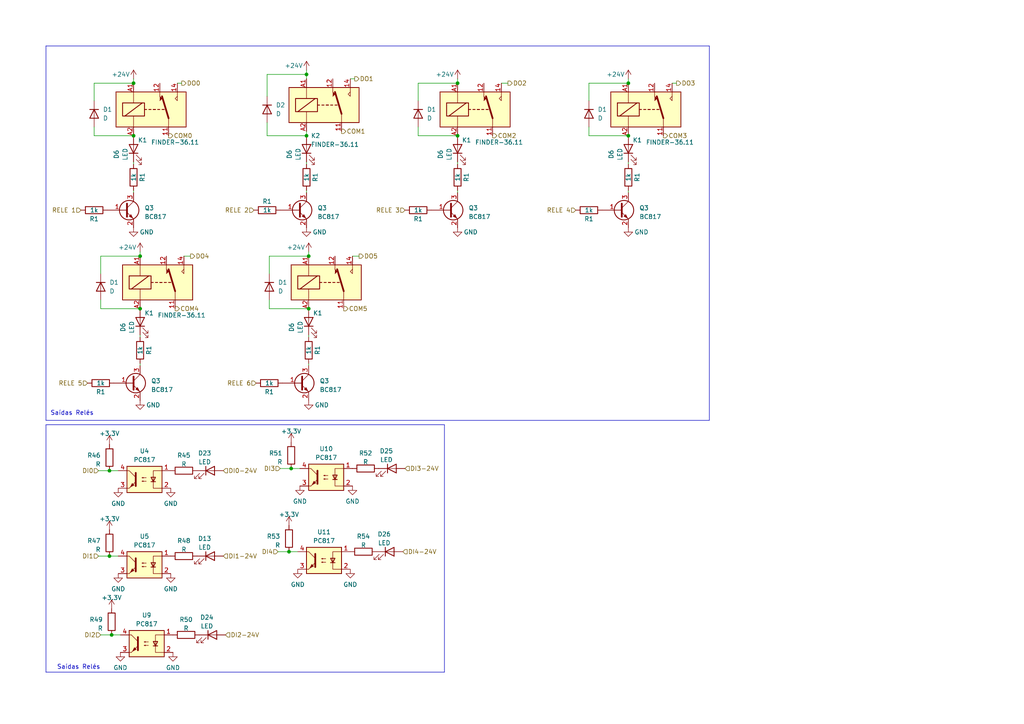
<source format=kicad_sch>
(kicad_sch (version 20230121) (generator eeschema)
  (paper "A4")
  (title_block (title "Controlador Compressor") (date "2023-03-07") (rev "1") (company "Linear Compressores") (comment 1 "Autor: Ícaro Fernando"))
  (lib_symbols
    (symbol "Device:D" (pin_numbers hide) (pin_names (offset 1.016) hide)
      (property "Reference" "D" (at 0 2.54 0))
      (property "Value" "D" (at 0 -2.54 0))
      (symbol "D_0_1"
        (polyline (pts (xy -1.27 1.27) (xy -1.27 -1.27)) (stroke (width 0.254)))
        (polyline (pts (xy 1.27 0) (xy -1.27 0)))
        (polyline (pts (xy 1.27 1.27) (xy 1.27 -1.27) (xy -1.27 0) (xy 1.27 1.27)) (stroke (width 0.254)))
      )
      (symbol "D_1_1"
        (pin passive line (at -3.81 0 0) (length 2.54) (name "K") (number "1"))
        (pin passive line (at 3.81 0 180) (length 2.54) (name "A") (number "2"))
      )
    )
    (symbol "Device:LED" (pin_numbers hide) (pin_names (offset 1.016) hide)
      (property "Reference" "D" (at 0 2.54 0))
      (property "Value" "LED" (at 0 -2.54 0))
      (symbol "LED_0_1"
        (polyline (pts (xy -1.27 -1.27) (xy -1.27 1.27)) (stroke (width 0.254)))
        (polyline (pts (xy -1.27 0) (xy 1.27 0)))
        (polyline (pts (xy 1.27 -1.27) (xy 1.27 1.27) (xy -1.27 0) (xy 1.27 -1.27)) (stroke (width 0.254)))
        (polyline (pts (xy -3.048 -0.762) (xy -4.572 -2.286) (xy -3.81 -2.286) (xy -4.572 -2.286) (xy -4.572 -1.524)))
        (polyline (pts (xy -1.778 -0.762) (xy -3.302 -2.286) (xy -2.54 -2.286) (xy -3.302 -2.286) (xy -3.302 -1.524)))
      )
      (symbol "LED_1_1"
        (pin passive line (at -3.81 0 0) (length 2.54) (name "K") (number "1"))
        (pin passive line (at 3.81 0 180) (length 2.54) (name "A") (number "2"))
      )
    )
    (symbol "Device:R" (pin_numbers hide) (pin_names (offset 0))
      (property "Reference" "R" (at 2.032 0 90))
      (property "Value" "R" (at 0 0 90))
      (symbol "R_0_1"
        (rectangle (start -1.016 -2.54) (end 1.016 2.54) (stroke (width 0.254)))
      )
      (symbol "R_1_1"
        (pin passive line (at 0 3.81 270) (length 1.27) (name "~") (number "1"))
        (pin passive line (at 0 -3.81 90) (length 1.27) (name "~") (number "2"))
      )
    )
    (symbol "Industronic_v_0.1-rescue:GND-power" (power) (pin_names (offset 0))
      (property "Value" "GND-power" (at 0 -3.81 0))
      (symbol "GND-power_0_1"
        (polyline (pts (xy 0 0) (xy 0 -1.27) (xy 1.27 -1.27) (xy 0 -2.54) (xy -1.27 -1.27) (xy 0 -1.27)))
      )
      (symbol "GND-power_1_1"
        (pin power_in line (at 0 0 270) (length 0) hide (name "GND") (number "1"))
      )
    )
    (symbol "Isolator:PC817" (pin_names (offset 1.016))
      (property "Reference" "U" (at -5.08 5.08 0))
      (property "Value" "PC817" (at 0 5.08 0))
      (symbol "PC817_0_1"
        (rectangle (start -5.08 3.81) (end 5.08 -3.81) (stroke (width 0.254)) (fill (type background)))
        (polyline (pts (xy -3.175 -0.635) (xy -1.905 -0.635)) (stroke (width 0.254)))
        (polyline (pts (xy 2.54 0.635) (xy 4.445 2.54)))
        (polyline (pts (xy 4.445 -2.54) (xy 2.54 -0.635)) (fill (type outline)))
        (polyline (pts (xy 4.445 -2.54) (xy 5.08 -2.54)))
        (polyline (pts (xy 4.445 2.54) (xy 5.08 2.54)))
        (polyline (pts (xy -5.08 2.54) (xy -2.54 2.54) (xy -2.54 -0.635)))
        (polyline (pts (xy -2.54 -0.635) (xy -2.54 -2.54) (xy -5.08 -2.54)))
        (polyline (pts (xy 2.54 1.905) (xy 2.54 -1.905) (xy 2.54 -1.905)) (stroke (width 0.508)))
        (polyline (pts (xy -2.54 -0.635) (xy -3.175 0.635) (xy -1.905 0.635) (xy -2.54 -0.635)) (stroke (width 0.254)))
        (polyline (pts (xy -0.508 -0.508) (xy 0.762 -0.508) (xy 0.381 -0.635) (xy 0.381 -0.381) (xy 0.762 -0.508)))
        (polyline (pts (xy -0.508 0.508) (xy 0.762 0.508) (xy 0.381 0.381) (xy 0.381 0.635) (xy 0.762 0.508)))
        (polyline (pts (xy 3.048 -1.651) (xy 3.556 -1.143) (xy 4.064 -2.159) (xy 3.048 -1.651) (xy 3.048 -1.651)) (fill (type outline)))
      )
      (symbol "PC817_1_1"
        (pin passive line (at -7.62 2.54 0) (length 2.54) (name "~") (number "1"))
        (pin passive line (at -7.62 -2.54 0) (length 2.54) (name "~") (number "2"))
        (pin passive line (at 7.62 -2.54 180) (length 2.54) (name "~") (number "3"))
        (pin passive line (at 7.62 2.54 180) (length 2.54) (name "~") (number "4"))
      )
    )
    (symbol "Relay:FINDER-36.11"
      (property "Reference" "K" (at 11.43 3.81 0))
      (property "Value" "FINDER-36.11" (at 11.43 1.27 0))
      (symbol "FINDER-36.11_0_0"
        (polyline (pts (xy 2.54 3.81) (xy 2.54 5.08)))
        (polyline (pts (xy 7.62 3.81) (xy 7.62 5.08)))
        (polyline (pts (xy 7.62 3.81) (xy 7.62 2.54) (xy 6.985 3.175) (xy 7.62 3.81)))
      )
      (symbol "FINDER-36.11_0_1"
        (rectangle (start -10.16 5.08) (end 10.16 -5.08) (stroke (width 0.254)) (fill (type background)))
        (rectangle (start -8.255 1.905) (end -1.905 -1.905) (stroke (width 0.254)))
        (polyline (pts (xy -7.62 -1.905) (xy -2.54 1.905)) (stroke (width 0.254)))
        (polyline (pts (xy -5.08 -5.08) (xy -5.08 -1.905)))
        (polyline (pts (xy -5.08 5.08) (xy -5.08 1.905)))
        (polyline (pts (xy -1.905 0) (xy -1.27 0)) (stroke (width 0.254)))
        (polyline (pts (xy -0.635 0) (xy 0 0)) (stroke (width 0.254)))
        (polyline (pts (xy 0.635 0) (xy 1.27 0)) (stroke (width 0.254)))
        (polyline (pts (xy 0.635 0) (xy 1.27 0)) (stroke (width 0.254)))
        (polyline (pts (xy 1.905 0) (xy 2.54 0)) (stroke (width 0.254)))
        (polyline (pts (xy 3.175 0) (xy 3.81 0)) (stroke (width 0.254)))
        (polyline (pts (xy 5.08 -2.54) (xy 3.175 3.81)) (stroke (width 0.508)))
        (polyline (pts (xy 5.08 -2.54) (xy 5.08 -5.08)))
        (polyline (pts (xy 2.54 2.54) (xy 3.175 3.175) (xy 2.54 3.81)) (fill (type outline)))
      )
      (symbol "FINDER-36.11_1_1"
        (pin passive line (at 5.08 -7.62 90) (length 2.54) (name "~") (number "11"))
        (pin passive line (at 2.54 7.62 270) (length 2.54) (name "~") (number "12"))
        (pin passive line (at 7.62 7.62 270) (length 2.54) (name "~") (number "14"))
        (pin passive line (at -5.08 7.62 270) (length 2.54) (name "~") (number "A1"))
        (pin passive line (at -5.08 -7.62 90) (length 2.54) (name "~") (number "A2"))
      )
    )
    (symbol "Transistor_BJT:BC817" (pin_names (offset 0) hide)
      (property "Reference" "Q" (at 5.08 1.905 0))
      (property "Value" "BC817" (at 5.08 0 0))
      (symbol "BC817_0_1"
        (polyline (pts (xy 0.635 0.635) (xy 2.54 2.54)))
        (polyline (pts (xy 0.635 -0.635) (xy 2.54 -2.54) (xy 2.54 -2.54)))
        (polyline (pts (xy 0.635 1.905) (xy 0.635 -1.905) (xy 0.635 -1.905)) (stroke (width 0.508)))
        (polyline (pts (xy 1.27 -1.778) (xy 1.778 -1.27) (xy 2.286 -2.286) (xy 1.27 -1.778) (xy 1.27 -1.778)) (fill (type outline)))
        (circle (center 1.27 0) (radius 2.8194) (stroke (width 0.254)))
      )
      (symbol "BC817_1_1"
        (pin input line (at -5.08 0 0) (length 5.715) (name "B") (number "1"))
        (pin passive line (at 2.54 -5.08 90) (length 2.54) (name "E") (number "2"))
        (pin passive line (at 2.54 5.08 270) (length 2.54) (name "C") (number "3"))
      )
    )
    (symbol "power:+24V" (power) (pin_names (offset 0))
      (property "Value" "+24V" (at 0 3.556 0))
      (symbol "+24V_0_1"
        (polyline (pts (xy -0.762 1.27) (xy 0 2.54)))
        (polyline (pts (xy 0 0) (xy 0 2.54)))
        (polyline (pts (xy 0 2.54) (xy 0.762 1.27)))
      )
      (symbol "+24V_1_1"
        (pin power_in line (at 0 0 90) (length 0) hide (name "+24V") (number "1"))
      )
    )
    (symbol "power:+3.3V" (power) (pin_names (offset 0))
      (property "Value" "+3.3V" (at 0 3.556 0))
      (symbol "+3.3V_0_1"
        (polyline (pts (xy -0.762 1.27) (xy 0 2.54)))
        (polyline (pts (xy 0 0) (xy 0 2.54)))
        (polyline (pts (xy 0 2.54) (xy 0.762 1.27)))
      )
      (symbol "+3.3V_1_1"
        (pin power_in line (at 0 0 90) (length 0) hide (name "+3.3V") (number "1"))
      )
    )
    (symbol "power:GND" (power) (pin_names (offset 0))
      (property "Value" "GND" (at 0 -3.81 0))
      (symbol "GND_0_1"
        (polyline (pts (xy 0 0) (xy 0 -1.27) (xy 1.27 -1.27) (xy 0 -2.54) (xy -1.27 -1.27) (xy 0 -1.27)))
      )
      (symbol "GND_1_1"
        (pin power_in line (at 0 0 270) (length 0) hide (name "GND") (number "1"))
      )
    )
  )
  (junction (at 31.75 161.29))
  (junction (at 31.75 136.525))
  (junction (at 32.385 184.15))
  (junction (at 182.245 39.37))
  (junction (at 132.715 39.37))
  (junction (at 89.535 74.295))
  (junction (at 38.735 24.13))
  (junction (at 40.64 74.295))
  (junction (at 84.455 135.89))
  (junction (at 182.245 24.13))
  (junction (at 38.735 39.37))
  (junction (at 40.64 89.535))
  (junction (at 88.9 39.37))
  (junction (at 132.715 24.13))
  (junction (at 89.535 89.535))
  (junction (at 88.9 21.59))
  (junction (at 83.82 160.02))
  (wire (pts (xy 78.105 86.995) (xy 78.105 89.535)))
  (wire (pts (xy 88.9 55.88) (xy 88.9 55.245)))
  (wire (pts (xy 102.87 22.86) (xy 101.6 22.86)))
  (wire (pts (xy 170.815 24.13) (xy 182.245 24.13)))
  (wire (pts (xy 40.64 73.025) (xy 40.64 74.295)))
  (wire (pts (xy 132.715 55.88) (xy 132.715 55.245)))
  (wire (pts (xy 121.285 36.83) (xy 121.285 39.37)))
  (wire (pts (xy 89.535 73.025) (xy 89.535 74.295)))
  (wire (pts (xy 170.815 39.37) (xy 182.245 39.37)))
  (polyline (pts (xy 128.905 194.945) (xy 13.335 194.945)))
  (wire (pts (xy 77.47 27.94) (xy 77.47 21.59)))
  (polyline (pts (xy 128.905 123.19) (xy 128.905 194.945)))
  (wire (pts (xy 27.305 29.21) (xy 27.305 24.13)))
  (wire (pts (xy 55.245 74.295) (xy 53.34 74.295)))
  (wire (pts (xy 38.735 22.86) (xy 38.735 24.13)))
  (wire (pts (xy 83.82 160.02) (xy 86.36 160.02)))
  (polyline (pts (xy 205.74 121.92) (xy 205.74 13.335)))
  (wire (pts (xy 78.105 79.375) (xy 78.105 74.295)))
  (wire (pts (xy 27.305 39.37) (xy 38.735 39.37)))
  (polyline (pts (xy 13.335 194.945) (xy 13.335 123.19)))
  (wire (pts (xy 121.285 39.37) (xy 132.715 39.37)))
  (wire (pts (xy 170.815 36.83) (xy 170.815 39.37)))
  (wire (pts (xy 121.285 24.13) (xy 132.715 24.13)))
  (wire (pts (xy 88.9 20.32) (xy 88.9 21.59)))
  (wire (pts (xy 88.9 21.59) (xy 88.9 22.86)))
  (wire (pts (xy 104.14 74.295) (xy 102.235 74.295)))
  (wire (pts (xy 27.305 24.13) (xy 38.735 24.13)))
  (wire (pts (xy 40.64 106.045) (xy 40.64 105.41)))
  (polyline (pts (xy 13.335 123.19) (xy 128.905 123.19)))
  (polyline (pts (xy 205.74 121.92) (xy 13.335 121.92)))
  (wire (pts (xy 29.21 74.295) (xy 40.64 74.295)))
  (wire (pts (xy 78.105 89.535) (xy 89.535 89.535)))
  (wire (pts (xy 77.47 35.56) (xy 77.47 39.37)))
  (wire (pts (xy 29.21 184.15) (xy 32.385 184.15)))
  (polyline (pts (xy 13.335 121.92) (xy 13.335 13.335)))
  (wire (pts (xy 88.9 39.37) (xy 88.9 38.1)))
  (wire (pts (xy 80.645 160.02) (xy 83.82 160.02)))
  (wire (pts (xy 132.715 47.625) (xy 132.715 46.99)))
  (wire (pts (xy 78.105 74.295) (xy 89.535 74.295)))
  (wire (pts (xy 196.215 24.13) (xy 194.945 24.13)))
  (wire (pts (xy 38.735 47.625) (xy 38.735 46.99)))
  (wire (pts (xy 89.535 106.045) (xy 89.535 105.41)))
  (wire (pts (xy 28.575 161.29) (xy 31.75 161.29)))
  (wire (pts (xy 77.47 21.59) (xy 88.9 21.59)))
  (wire (pts (xy 27.305 36.83) (xy 27.305 39.37)))
  (wire (pts (xy 182.245 55.88) (xy 182.245 55.245)))
  (wire (pts (xy 182.245 47.625) (xy 182.245 46.99)))
  (wire (pts (xy 81.28 135.89) (xy 84.455 135.89)))
  (wire (pts (xy 121.285 29.21) (xy 121.285 24.13)))
  (wire (pts (xy 77.47 39.37) (xy 88.9 39.37)))
  (wire (pts (xy 182.245 22.86) (xy 182.245 24.13)))
  (wire (pts (xy 31.75 161.29) (xy 34.29 161.29)))
  (polyline (pts (xy 205.74 13.335) (xy 13.335 13.335)))
  (wire (pts (xy 28.575 136.525) (xy 31.75 136.525)))
  (wire (pts (xy 29.21 89.535) (xy 40.64 89.535)))
  (wire (pts (xy 29.21 86.995) (xy 29.21 89.535)))
  (wire (pts (xy 29.21 79.375) (xy 29.21 74.295)))
  (wire (pts (xy 38.735 55.88) (xy 38.735 55.245)))
  (wire (pts (xy 84.455 135.89) (xy 86.995 135.89)))
  (wire (pts (xy 52.705 24.13) (xy 51.435 24.13)))
  (wire (pts (xy 32.385 184.15) (xy 34.925 184.15)))
  (wire (pts (xy 170.815 29.21) (xy 170.815 24.13)))
  (wire (pts (xy 40.64 97.79) (xy 40.64 97.155)))
  (wire (pts (xy 132.715 22.86) (xy 132.715 24.13)))
  (wire (pts (xy 88.9 47.625) (xy 88.9 46.99)))
  (wire (pts (xy 147.32 24.13) (xy 145.415 24.13)))
  (wire (pts (xy 31.75 136.525) (xy 34.29 136.525)))
  (wire (pts (xy 89.535 97.79) (xy 89.535 97.155)))
  (text "Saídas Relés" (at 14.605 120.65 0) (effects (font (size 1.27 1.27)) (justify left bottom)))
  (text "Saídas Relés" (at 16.51 194.31 0) (effects (font (size 1.27 1.27)) (justify left bottom)))
  (hierarchical_label "COM4" (shape output) (at 50.8 89.535 0))
  (hierarchical_label "COM1" (shape output) (at 99.06 38.1 0))
  (hierarchical_label "DI0-24V" (shape input) (at 64.77 136.525 0))
  (hierarchical_label "DI0" (shape input) (at 28.575 136.525 180))
  (hierarchical_label "DI4" (shape input) (at 80.645 160.02 180))
  (hierarchical_label "RELE 4" (shape input) (at 167.005 60.96 180))
  (hierarchical_label "COM3" (shape output) (at 192.405 39.37 0))
  (hierarchical_label "DI2" (shape input) (at 29.21 184.15 180))
  (hierarchical_label "DI3-24V" (shape input) (at 117.475 135.89 0))
  (hierarchical_label "RELE 2" (shape input) (at 73.66 60.96 180))
  (hierarchical_label "DO2" (shape output) (at 147.32 24.13 0))
  (hierarchical_label "DO5" (shape output) (at 104.14 74.295 0))
  (hierarchical_label "RELE 5" (shape input) (at 25.4 111.125 180))
  (hierarchical_label "DI4-24V" (shape input) (at 116.84 160.02 0))
  (hierarchical_label "COM0" (shape output) (at 48.895 39.37 0))
  (hierarchical_label "DI2-24V" (shape input) (at 65.405 184.15 0))
  (hierarchical_label "RELE 3" (shape input) (at 117.475 60.96 180))
  (hierarchical_label "COM2" (shape output) (at 142.875 39.37 0))
  (hierarchical_label "DO4" (shape output) (at 55.245 74.295 0))
  (hierarchical_label "DI1" (shape input) (at 28.575 161.29 180))
  (hierarchical_label "RELE 1" (shape input) (at 23.495 60.96 180))
  (hierarchical_label "DO0" (shape output) (at 52.705 24.13 0))
  (hierarchical_label "DO3" (shape output) (at 196.215 24.13 0))
  (hierarchical_label "DI3" (shape input) (at 81.28 135.89 180))
  (hierarchical_label "RELE 6" (shape input) (at 74.295 111.125 180))
  (hierarchical_label "DI1-24V" (shape input) (at 64.77 161.29 0))
  (hierarchical_label "COM5" (shape output) (at 99.695 89.535 0))
  (hierarchical_label "DO1" (shape output) (at 102.87 22.86 0))
  (symbol (lib_id "Device:D") (at 27.305 33.02 270) (unit 1)
    (property "Reference" "D1" (at 29.845 31.7499 90) (effects (justify left)))
    (property "Value" "D" (at 29.845 34.2899 90) (effects (justify left)))
    (property "Footprint" "Diode_THT:D_A-405_P2.54mm_Vertical_KathodeUp" (effects hide))
    (instances (project "Controle_receptor" (path "" (reference "D1") (unit 1))) (project "Controlador-Compressor" (path "" (reference "D6") (unit 1)) (path "" (reference "D23") (unit 1)) (path "" (reference "D5") (unit 1))))
  )
  (symbol (lib_id "Device:LED") (at 60.96 136.525 0) (unit 1)
    (property "Reference" "D23" (at 59.3725 131.445 0))
    (property "Value" "LED" (at 59.3725 133.985 0))
  )
  (symbol (lib_id "Device:R") (at 106.045 135.89 90) (unit 1)
    (property "Reference" "R52" (at 106.045 131.445 90))
    (property "Value" "R" (at 106.045 133.985 90))
  )
  (symbol (lib_id "power:+3.3V") (at 32.385 176.53 0) (unit 1)
    (property "Reference" "#PWR088" (effects hide))
    (property "Value" "+3.3V" (at 32.385 173.355 0))
  )
  (symbol (lib_id "Relay:FINDER-36.11") (at 43.815 31.75 0) (unit 1)
    (property "Reference" "K1" (at 40.005 40.64 0) (effects (justify left)))
    (property "Value" "FINDER-36.11" (at 43.815 41.275 0) (effects (justify left)))
    (property "Footprint" "Relay_THT:Relay_SPDT_Finder_36.11" (effects hide))
    (property "Datasheet" "https://gfinder.findernet.com/public/attachments/36/EN/S36EN.pdf" (effects hide))
    (instances (project "Controle_receptor" (path "" (reference "K1") (unit 1))) (project "Controlador-Compressor" (path "" (reference "K1") (unit 1)) (path "" (reference "K6") (unit 1)) (path "" (reference "K1") (unit 1))))
  )
  (symbol (lib_id "Isolator:PC817") (at 41.91 163.83 0) (mirror y) (unit 1)
    (property "Reference" "U5" (at 41.91 155.575 0))
    (property "Value" "PC817" (at 41.91 158.115 0))
    (property "Footprint" "Package_DIP:DIP-4_W7.62mm" (effects hide))
    (property "Datasheet" "http://www.soselectronic.cz/a_info/resource/d/pc817.pdf" (effects hide))
  )
  (symbol (lib_id "Device:R") (at 29.21 111.125 90) (unit 1)
    (property "Reference" "R1" (at 29.21 113.665 90))
    (property "Value" "1k" (at 29.21 111.125 90))
    (property "Footprint" "Resistor_SMD:R_0603_1608Metric_Pad0.98x0.95mm_HandSolder" (effects hide))
    (instances (project "Controle_receptor" (path "" (reference "R1") (unit 1))) (project "Controlador-Compressor" (path "" (reference "R1") (unit 1)) (path "" (reference "R40") (unit 1)) (path "" (reference "R38") (unit 1))))
  )
  (symbol (lib_id "Device:LED") (at 38.735 43.18 90) (unit 1)
    (property "Reference" "D6" (at 33.7652 44.7675 0))
    (property "Value" "LED" (at 36.3021 44.7675 0))
    (property "Footprint" "LED_SMD:LED_0805_2012Metric_Pad1.15x1.40mm_HandSolder" (effects hide))
    (instances (project "Controle_receptor" (path "" (reference "D6") (unit 1))) (project "Controlador-Compressor" (path "" (reference "D1") (unit 1)) (path "" (reference "D28") (unit 1)) (path "" (reference "D10") (unit 1))))
  )
  (symbol (lib_id "Industronic_v_0.1-rescue:GND-power") (at 182.245 66.04 0) (unit 1)
    (property "Reference" "#PWR0127" (effects hide))
    (property "Value" "GND" (at 186.055 67.31 0))
    (instances (project "Controle_receptor" (path "" (reference "#PWR0127") (unit 1))) (project "Controlador-Compressor" (path "" (reference "#PWR07") (unit 1)) (path "" (reference "#PWR087") (unit 1)) (path "" (reference "#PWR04") (unit 1))))
  )
  (symbol (lib_id "power:GND") (at 34.29 166.37 0) (unit 1)
    (property "Reference" "#PWR086" (effects hide))
    (property "Value" "GND" (at 34.29 170.815 0))
  )
  (symbol (lib_id "Device:LED") (at 88.9 43.18 90) (unit 1)
    (property "Reference" "D6" (at 83.9302 44.7675 0))
    (property "Value" "LED" (at 86.4671 44.7675 0))
    (property "Footprint" "LED_SMD:LED_0805_2012Metric_Pad1.15x1.40mm_HandSolder" (effects hide))
    (instances (project "Controle_receptor" (path "" (reference "D6") (unit 1))) (project "Controlador-Compressor" (path "" (reference "D1") (unit 1)) (path "" (reference "D28") (unit 1)) (path "" (reference "D19") (unit 1))))
  )
  (symbol (lib_id "Device:R") (at 89.535 101.6 180) (unit 1)
    (property "Reference" "R1" (at 92.075 101.6 90))
    (property "Value" "1k" (at 89.535 101.6 90))
    (property "Footprint" "Resistor_SMD:R_0603_1608Metric_Pad0.98x0.95mm_HandSolder" (effects hide))
    (instances (project "Controle_receptor" (path "" (reference "R1") (unit 1))) (project "Controlador-Compressor" (path "" (reference "R35") (unit 1)) (path "" (reference "R41") (unit 1)) (path "" (reference "R43") (unit 1))))
  )
  (symbol (lib_id "Transistor_BJT:BC817") (at 179.705 60.96 0) (unit 1)
    (property "Reference" "Q3" (at 185.42 60.325 0) (effects (justify left)))
    (property "Value" "BC817" (at 185.42 62.865 0) (effects (justify left)))
    (property "Footprint" "Package_TO_SOT_SMD:SOT-23" (effects hide))
    (property "Datasheet" "https://www.onsemi.com/pub/Collateral/BC818-D.pdf" (effects hide))
    (instances (project "Controlador-Compressor" (path "" (reference "Q3") (unit 1)) (path "" (reference "Q4") (unit 1)) (path "" (reference "Q6") (unit 1))))
  )
  (symbol (lib_id "Relay:FINDER-36.11") (at 93.98 30.48 0) (unit 1)
    (property "Reference" "K2" (at 90.17 39.37 0) (effects (justify left)))
    (property "Value" "FINDER-36.11" (at 90.17 41.91 0) (effects (justify left)))
    (property "Footprint" "Relay_THT:Relay_SPDT_Finder_36.11" (effects hide))
    (property "Datasheet" "https://gfinder.findernet.com/public/attachments/36/EN/S36EN.pdf" (effects hide))
    (instances (project "Controle_receptor" (path "" (reference "K2") (unit 1))) (project "Controlador-Compressor" (path "" (reference "K2") (unit 1)) (path "" (reference "K7") (unit 1)) (path "" (reference "K2") (unit 1))))
  )
  (symbol (lib_id "Device:R") (at 38.735 51.435 180) (unit 1)
    (property "Reference" "R1" (at 41.275 51.435 90))
    (property "Value" "1k" (at 38.735 51.435 90))
    (property "Footprint" "Resistor_SMD:R_0603_1608Metric_Pad0.98x0.95mm_HandSolder" (effects hide))
    (instances (project "Controle_receptor" (path "" (reference "R1") (unit 1))) (project "Controlador-Compressor" (path "" (reference "R35") (unit 1)) (path "" (reference "R41") (unit 1)) (path "" (reference "R35") (unit 1))))
  )
  (symbol (lib_id "power:+24V") (at 182.245 22.86 0) (unit 1)
    (property "Reference" "#PWR0130" (effects hide))
    (property "Value" "+24V" (at 175.895 21.59 0) (effects (justify left)))
    (instances (project "Controle_receptor" (path "" (reference "#PWR0130") (unit 1))) (project "Controlador-Compressor" (path "" (reference "#PWR06") (unit 1)) (path "" (reference "#PWR086") (unit 1)) (path "" (reference "#PWR03") (unit 1))))
  )
  (symbol (lib_id "Device:R") (at 53.975 184.15 90) (unit 1)
    (property "Reference" "R50" (at 53.975 179.705 90))
    (property "Value" "R" (at 53.975 182.245 90))
  )
  (symbol (lib_id "power:GND") (at 49.53 166.37 0) (unit 1)
    (property "Reference" "#PWR087" (effects hide))
    (property "Value" "GND" (at 49.53 170.815 0))
  )
  (symbol (lib_id "Device:D") (at 77.47 31.75 270) (unit 1)
    (property "Reference" "D2" (at 80.01 30.4799 90) (effects (justify left)))
    (property "Value" "D" (at 80.01 33.0199 90) (effects (justify left)))
    (property "Footprint" "Diode_THT:D_A-405_P2.54mm_Vertical_KathodeUp" (effects hide))
    (instances (project "Controle_receptor" (path "" (reference "D2") (unit 1))) (project "Controlador-Compressor" (path "" (reference "D7") (unit 1)) (path "" (reference "D24") (unit 1)) (path "" (reference "D6") (unit 1))))
  )
  (symbol (lib_id "Relay:FINDER-36.11") (at 187.325 31.75 0) (unit 1)
    (property "Reference" "K1" (at 183.515 40.64 0) (effects (justify left)))
    (property "Value" "FINDER-36.11" (at 187.325 41.275 0) (effects (justify left)))
    (property "Footprint" "Relay_THT:Relay_SPDT_Finder_36.11" (effects hide))
    (property "Datasheet" "https://gfinder.findernet.com/public/attachments/36/EN/S36EN.pdf" (effects hide))
    (instances (project "Controle_receptor" (path "" (reference "K1") (unit 1))) (project "Controlador-Compressor" (path "" (reference "K1") (unit 1)) (path "" (reference "K6") (unit 1)) (path "" (reference "K4") (unit 1))))
  )
  (symbol (lib_id "Relay:FINDER-36.11") (at 137.795 31.75 0) (unit 1)
    (property "Reference" "K1" (at 133.985 40.64 0) (effects (justify left)))
    (property "Value" "FINDER-36.11" (at 137.795 41.275 0) (effects (justify left)))
    (property "Footprint" "Relay_THT:Relay_SPDT_Finder_36.11" (effects hide))
    (property "Datasheet" "https://gfinder.findernet.com/public/attachments/36/EN/S36EN.pdf" (effects hide))
    (instances (project "Controle_receptor" (path "" (reference "K1") (unit 1))) (project "Controlador-Compressor" (path "" (reference "K1") (unit 1)) (path "" (reference "K6") (unit 1)) (path "" (reference "K3") (unit 1))))
  )
  (symbol (lib_id "Relay:FINDER-36.11") (at 94.615 81.915 0) (unit 1)
    (property "Reference" "K1" (at 90.805 90.805 0) (effects (justify left)))
    (property "Value" "FINDER-36.11" (effects hide))
    (property "Footprint" "Relay_THT:Relay_SPDT_Finder_36.11" (effects hide))
    (property "Datasheet" "https://gfinder.findernet.com/public/attachments/36/EN/S36EN.pdf" (effects hide))
    (instances (project "Controle_receptor" (path "" (reference "K1") (unit 1))) (project "Controlador-Compressor" (path "" (reference "K1") (unit 1)) (path "" (reference "K6") (unit 1)) (path "" (reference "K6") (unit 1))))
  )
  (symbol (lib_id "Device:LED") (at 40.64 93.345 90) (unit 1)
    (property "Reference" "D6" (at 35.6702 94.9325 0))
    (property "Value" "LED" (at 38.2071 94.9325 0))
    (property "Footprint" "LED_SMD:LED_0805_2012Metric_Pad1.15x1.40mm_HandSolder" (effects hide))
    (instances (project "Controle_receptor" (path "" (reference "D6") (unit 1))) (project "Controlador-Compressor" (path "" (reference "D1") (unit 1)) (path "" (reference "D28") (unit 1)) (path "" (reference "D8") (unit 1))))
  )
  (symbol (lib_id "Device:R") (at 40.64 101.6 180) (unit 1)
    (property "Reference" "R1" (at 43.18 101.6 90))
    (property "Value" "1k" (at 40.64 101.6 90))
    (property "Footprint" "Resistor_SMD:R_0603_1608Metric_Pad0.98x0.95mm_HandSolder" (effects hide))
    (instances (project "Controle_receptor" (path "" (reference "R1") (unit 1))) (project "Controlador-Compressor" (path "" (reference "R35") (unit 1)) (path "" (reference "R41") (unit 1)) (path "" (reference "R39") (unit 1))))
  )
  (symbol (lib_id "Industronic_v_0.1-rescue:GND-power") (at 38.735 66.04 0) (unit 1)
    (property "Reference" "#PWR0127" (effects hide))
    (property "Value" "GND" (at 42.545 67.31 0))
    (instances (project "Controle_receptor" (path "" (reference "#PWR0127") (unit 1))) (project "Controlador-Compressor" (path "" (reference "#PWR07") (unit 1)) (path "" (reference "#PWR087") (unit 1)) (path "" (reference "#PWR06") (unit 1))))
  )
  (symbol (lib_id "power:GND") (at 50.165 189.23 0) (unit 1)
    (property "Reference" "#PWR090" (effects hide))
    (property "Value" "GND" (at 50.165 193.675 0))
  )
  (symbol (lib_id "power:+24V") (at 89.535 73.025 0) (unit 1)
    (property "Reference" "#PWR0130" (effects hide))
    (property "Value" "+24V" (at 83.185 71.755 0) (effects (justify left)))
    (instances (project "Controle_receptor" (path "" (reference "#PWR0130") (unit 1))) (project "Controlador-Compressor" (path "" (reference "#PWR06") (unit 1)) (path "" (reference "#PWR086") (unit 1)) (path "" (reference "#PWR023") (unit 1))))
  )
  (symbol (lib_id "power:GND") (at 86.36 165.1 0) (unit 1)
    (property "Reference" "#PWR095" (effects hide))
    (property "Value" "GND" (at 86.36 169.545 0))
  )
  (symbol (lib_id "Device:LED") (at 182.245 43.18 90) (unit 1)
    (property "Reference" "D6" (at 177.2752 44.7675 0))
    (property "Value" "LED" (at 179.8121 44.7675 0))
    (property "Footprint" "LED_SMD:LED_0805_2012Metric_Pad1.15x1.40mm_HandSolder" (effects hide))
    (instances (project "Controle_receptor" (path "" (reference "D6") (unit 1))) (project "Controlador-Compressor" (path "" (reference "D1") (unit 1)) (path "" (reference "D28") (unit 1)) (path "" (reference "D4") (unit 1))))
  )
  (symbol (lib_id "Device:LED") (at 61.595 184.15 0) (unit 1)
    (property "Reference" "D24" (at 60.0075 179.07 0))
    (property "Value" "LED" (at 60.0075 181.61 0))
  )
  (symbol (lib_id "Device:R") (at 78.105 111.125 90) (unit 1)
    (property "Reference" "R1" (at 78.105 113.665 90))
    (property "Value" "1k" (at 78.105 111.125 90))
    (property "Footprint" "Resistor_SMD:R_0603_1608Metric_Pad0.98x0.95mm_HandSolder" (effects hide))
    (instances (project "Controle_receptor" (path "" (reference "R1") (unit 1))) (project "Controlador-Compressor" (path "" (reference "R1") (unit 1)) (path "" (reference "R40") (unit 1)) (path "" (reference "R42") (unit 1))))
  )
  (symbol (lib_id "Device:D") (at 121.285 33.02 270) (unit 1)
    (property "Reference" "D1" (at 123.825 31.7499 90) (effects (justify left)))
    (property "Value" "D" (at 123.825 34.2899 90) (effects (justify left)))
    (property "Footprint" "Diode_THT:D_A-405_P2.54mm_Vertical_KathodeUp" (effects hide))
    (instances (project "Controle_receptor" (path "" (reference "D1") (unit 1))) (project "Controlador-Compressor" (path "" (reference "D6") (unit 1)) (path "" (reference "D23") (unit 1)) (path "" (reference "D1") (unit 1))))
  )
  (symbol (lib_id "power:GND") (at 34.925 189.23 0) (unit 1)
    (property "Reference" "#PWR089" (effects hide))
    (property "Value" "GND" (at 34.925 193.675 0))
  )
  (symbol (lib_id "Device:R") (at 132.715 51.435 180) (unit 1)
    (property "Reference" "R1" (at 135.255 51.435 90))
    (property "Value" "1k" (at 132.715 51.435 90))
    (property "Footprint" "Resistor_SMD:R_0603_1608Metric_Pad0.98x0.95mm_HandSolder" (effects hide))
    (instances (project "Controle_receptor" (path "" (reference "R1") (unit 1))) (project "Controlador-Compressor" (path "" (reference "R35") (unit 1)) (path "" (reference "R41") (unit 1)) (path "" (reference "R3") (unit 1))))
  )
  (symbol (lib_id "power:GND") (at 101.6 165.1 0) (unit 1)
    (property "Reference" "#PWR096" (effects hide))
    (property "Value" "GND" (at 101.6 169.545 0))
  )
  (symbol (lib_id "Device:R") (at 32.385 180.34 0) (mirror y) (unit 1)
    (property "Reference" "R49" (at 29.845 179.705 0) (effects (justify left)))
    (property "Value" "R" (at 29.845 182.245 0) (effects (justify left)))
  )
  (symbol (lib_id "Device:R") (at 53.34 161.29 90) (unit 1)
    (property "Reference" "R48" (at 53.34 156.845 90))
    (property "Value" "R" (at 53.34 159.385 90))
  )
  (symbol (lib_id "power:GND") (at 49.53 141.605 0) (unit 1)
    (property "Reference" "#PWR047" (effects hide))
    (property "Value" "GND" (at 49.53 146.05 0))
  )
  (symbol (lib_id "power:+24V") (at 132.715 22.86 0) (unit 1)
    (property "Reference" "#PWR0130" (effects hide))
    (property "Value" "+24V" (at 126.365 21.59 0) (effects (justify left)))
    (instances (project "Controle_receptor" (path "" (reference "#PWR0130") (unit 1))) (project "Controlador-Compressor" (path "" (reference "#PWR06") (unit 1)) (path "" (reference "#PWR086") (unit 1)) (path "" (reference "#PWR01") (unit 1))))
  )
  (symbol (lib_id "Industronic_v_0.1-rescue:GND-power") (at 132.715 66.04 0) (unit 1)
    (property "Reference" "#PWR0127" (effects hide))
    (property "Value" "GND" (at 136.525 67.31 0))
    (instances (project "Controle_receptor" (path "" (reference "#PWR0127") (unit 1))) (project "Controlador-Compressor" (path "" (reference "#PWR07") (unit 1)) (path "" (reference "#PWR087") (unit 1)) (path "" (reference "#PWR02") (unit 1))))
  )
  (symbol (lib_id "Device:R") (at 53.34 136.525 90) (unit 1)
    (property "Reference" "R45" (at 53.34 132.08 90))
    (property "Value" "R" (at 53.34 134.62 90))
  )
  (symbol (lib_id "Device:D") (at 29.21 83.185 270) (unit 1)
    (property "Reference" "D1" (at 31.75 81.9149 90) (effects (justify left)))
    (property "Value" "D" (at 31.75 84.4549 90) (effects (justify left)))
    (property "Footprint" "Diode_THT:D_A-405_P2.54mm_Vertical_KathodeUp" (effects hide))
    (instances (project "Controle_receptor" (path "" (reference "D1") (unit 1))) (project "Controlador-Compressor" (path "" (reference "D6") (unit 1)) (path "" (reference "D23") (unit 1)) (path "" (reference "D7") (unit 1))))
  )
  (symbol (lib_id "power:GND") (at 102.235 140.97 0) (unit 1)
    (property "Reference" "#PWR093" (effects hide))
    (property "Value" "GND" (at 102.235 145.415 0))
  )
  (symbol (lib_id "Device:R") (at 77.47 60.96 270) (unit 1)
    (property "Reference" "R1" (at 77.47 58.42 90))
    (property "Value" "1k" (at 77.47 60.96 90))
    (property "Footprint" "Resistor_SMD:R_0603_1608Metric_Pad0.98x0.95mm_HandSolder" (effects hide))
    (instances (project "Controle_receptor" (path "" (reference "R1") (unit 1))) (project "Controlador-Compressor" (path "" (reference "R35") (unit 1)) (path "" (reference "R41") (unit 1)) (path "" (reference "R1") (unit 1))))
  )
  (symbol (lib_id "Device:LED") (at 113.665 135.89 0) (unit 1)
    (property "Reference" "D25" (at 112.0775 130.81 0))
    (property "Value" "LED" (at 112.0775 133.35 0))
  )
  (symbol (lib_id "Industronic_v_0.1-rescue:GND-power") (at 89.535 116.205 0) (unit 1)
    (property "Reference" "#PWR0127" (effects hide))
    (property "Value" "GND" (at 93.345 117.475 0))
    (instances (project "Controle_receptor" (path "" (reference "#PWR0127") (unit 1))) (project "Controlador-Compressor" (path "" (reference "#PWR07") (unit 1)) (path "" (reference "#PWR087") (unit 1)) (path "" (reference "#PWR024") (unit 1))))
  )
  (symbol (lib_id "Device:R") (at 31.75 157.48 0) (mirror y) (unit 1)
    (property "Reference" "R47" (at 29.21 156.845 0) (effects (justify left)))
    (property "Value" "R" (at 29.21 159.385 0) (effects (justify left)))
  )
  (symbol (lib_id "Device:LED") (at 89.535 93.345 90) (unit 1)
    (property "Reference" "D6" (at 84.5652 94.9325 0))
    (property "Value" "LED" (at 87.1021 94.9325 0))
    (property "Footprint" "LED_SMD:LED_0805_2012Metric_Pad1.15x1.40mm_HandSolder" (effects hide))
    (instances (project "Controle_receptor" (path "" (reference "D6") (unit 1))) (project "Controlador-Compressor" (path "" (reference "D1") (unit 1)) (path "" (reference "D28") (unit 1)) (path "" (reference "D22") (unit 1))))
  )
  (symbol (lib_id "power:+3.3V") (at 83.82 152.4 0) (unit 1)
    (property "Reference" "#PWR094" (effects hide))
    (property "Value" "+3.3V" (at 83.82 149.225 0))
  )
  (symbol (lib_id "Device:R") (at 83.82 156.21 0) (mirror y) (unit 1)
    (property "Reference" "R53" (at 81.28 155.575 0) (effects (justify left)))
    (property "Value" "R" (at 81.28 158.115 0) (effects (justify left)))
  )
  (symbol (lib_id "Industronic_v_0.1-rescue:GND-power") (at 88.9 66.04 0) (unit 1)
    (property "Reference" "#PWR0127" (effects hide))
    (property "Value" "GND" (at 92.71 67.31 0))
    (instances (project "Controle_receptor" (path "" (reference "#PWR0127") (unit 1))) (project "Controlador-Compressor" (path "" (reference "#PWR07") (unit 1)) (path "" (reference "#PWR087") (unit 1)) (path "" (reference "#PWR082") (unit 1))))
  )
  (symbol (lib_id "power:+24V") (at 40.64 73.025 0) (unit 1)
    (property "Reference" "#PWR0130" (effects hide))
    (property "Value" "+24V" (at 34.29 71.755 0) (effects (justify left)))
    (instances (project "Controle_receptor" (path "" (reference "#PWR0130") (unit 1))) (project "Controlador-Compressor" (path "" (reference "#PWR06") (unit 1)) (path "" (reference "#PWR086") (unit 1)) (path "" (reference "#PWR08") (unit 1))))
  )
  (symbol (lib_id "Isolator:PC817") (at 42.545 186.69 0) (mirror y) (unit 1)
    (property "Reference" "U9" (at 42.545 178.435 0))
    (property "Value" "PC817" (at 42.545 180.975 0))
    (property "Footprint" "Package_DIP:DIP-4_W7.62mm" (effects hide))
    (property "Datasheet" "http://www.soselectronic.cz/a_info/resource/d/pc817.pdf" (effects hide))
  )
  (symbol (lib_id "Relay:FINDER-36.11") (at 45.72 81.915 0) (unit 1)
    (property "Reference" "K1" (at 41.91 90.805 0) (effects (justify left)))
    (property "Value" "FINDER-36.11" (at 45.72 91.44 0) (effects (justify left)))
    (property "Footprint" "Relay_THT:Relay_SPDT_Finder_36.11" (effects hide))
    (property "Datasheet" "https://gfinder.findernet.com/public/attachments/36/EN/S36EN.pdf" (effects hide))
    (instances (project "Controle_receptor" (path "" (reference "K1") (unit 1))) (project "Controlador-Compressor" (path "" (reference "K1") (unit 1)) (path "" (reference "K6") (unit 1)) (path "" (reference "K5") (unit 1))))
  )
  (symbol (lib_id "power:+24V") (at 88.9 20.32 0) (unit 1)
    (property "Reference" "#PWR0128" (effects hide))
    (property "Value" "+24V" (at 82.55 19.05 0) (effects (justify left)))
    (instances (project "Controle_receptor" (path "" (reference "#PWR0128") (unit 1))) (project "Controlador-Compressor" (path "" (reference "#PWR08") (unit 1)) (path "" (reference "#PWR088") (unit 1)) (path "" (reference "#PWR07") (unit 1))))
  )
  (symbol (lib_id "Transistor_BJT:BC817") (at 38.1 111.125 0) (unit 1)
    (property "Reference" "Q3" (at 43.815 110.49 0) (effects (justify left)))
    (property "Value" "BC817" (at 43.815 113.03 0) (effects (justify left)))
    (property "Footprint" "Package_TO_SOT_SMD:SOT-23" (effects hide))
    (property "Datasheet" "https://www.onsemi.com/pub/Collateral/BC818-D.pdf" (effects hide))
    (instances (project "Controlador-Compressor" (path "" (reference "Q3") (unit 1)) (path "" (reference "Q4") (unit 1)) (path "" (reference "Q7") (unit 1))))
  )
  (symbol (lib_id "Industronic_v_0.1-rescue:GND-power") (at 40.64 116.205 0) (unit 1)
    (property "Reference" "#PWR0127" (effects hide))
    (property "Value" "GND" (at 44.45 117.475 0))
    (instances (project "Controle_receptor" (path "" (reference "#PWR0127") (unit 1))) (project "Controlador-Compressor" (path "" (reference "#PWR07") (unit 1)) (path "" (reference "#PWR087") (unit 1)) (path "" (reference "#PWR09") (unit 1))))
  )
  (symbol (lib_id "Device:R") (at 105.41 160.02 90) (unit 1)
    (property "Reference" "R54" (at 105.41 155.575 90))
    (property "Value" "R" (at 105.41 158.115 90))
  )
  (symbol (lib_id "Isolator:PC817") (at 94.615 138.43 0) (mirror y) (unit 1)
    (property "Reference" "U10" (at 94.615 130.175 0))
    (property "Value" "PC817" (at 94.615 132.715 0))
    (property "Footprint" "Package_DIP:DIP-4_W7.62mm" (effects hide))
    (property "Datasheet" "http://www.soselectronic.cz/a_info/resource/d/pc817.pdf" (effects hide))
  )
  (symbol (lib_id "power:+3.3V") (at 84.455 128.27 0) (unit 1)
    (property "Reference" "#PWR091" (effects hide))
    (property "Value" "+3.3V" (at 84.455 125.095 0))
  )
  (symbol (lib_id "power:GND") (at 86.995 140.97 0) (unit 1)
    (property "Reference" "#PWR092" (effects hide))
    (property "Value" "GND" (at 86.995 145.415 0))
  )
  (symbol (lib_id "Device:LED") (at 132.715 43.18 90) (unit 1)
    (property "Reference" "D6" (at 127.7452 44.7675 0))
    (property "Value" "LED" (at 130.2821 44.7675 0))
    (property "Footprint" "LED_SMD:LED_0805_2012Metric_Pad1.15x1.40mm_HandSolder" (effects hide))
    (instances (project "Controle_receptor" (path "" (reference "D6") (unit 1))) (project "Controlador-Compressor" (path "" (reference "D1") (unit 1)) (path "" (reference "D28") (unit 1)) (path "" (reference "D2") (unit 1))))
  )
  (symbol (lib_id "Transistor_BJT:BC817") (at 86.36 60.96 0) (unit 1)
    (property "Reference" "Q3" (at 92.075 60.325 0) (effects (justify left)))
    (property "Value" "BC817" (at 92.075 62.865 0) (effects (justify left)))
    (property "Footprint" "Package_TO_SOT_SMD:SOT-23" (effects hide))
    (property "Datasheet" "https://www.onsemi.com/pub/Collateral/BC818-D.pdf" (effects hide))
    (instances (project "Controlador-Compressor" (path "" (reference "Q3") (unit 1)) (path "" (reference "Q4") (unit 1)) (path "" (reference "Q4") (unit 1))))
  )
  (symbol (lib_id "power:+24V") (at 38.735 22.86 0) (unit 1)
    (property "Reference" "#PWR0130" (effects hide))
    (property "Value" "+24V" (at 32.385 21.59 0) (effects (justify left)))
    (instances (project "Controle_receptor" (path "" (reference "#PWR0130") (unit 1))) (project "Controlador-Compressor" (path "" (reference "#PWR06") (unit 1)) (path "" (reference "#PWR086") (unit 1)) (path "" (reference "#PWR05") (unit 1))))
  )
  (symbol (lib_id "Device:R") (at 31.75 132.715 0) (mirror y) (unit 1)
    (property "Reference" "R46" (at 29.21 132.08 0) (effects (justify left)))
    (property "Value" "R" (at 29.21 134.62 0) (effects (justify left)))
  )
  (symbol (lib_id "Device:R") (at 27.305 60.96 90) (unit 1)
    (property "Reference" "R1" (at 27.305 63.5 90))
    (property "Value" "1k" (at 27.305 60.96 90))
    (property "Footprint" "Resistor_SMD:R_0603_1608Metric_Pad0.98x0.95mm_HandSolder" (effects hide))
    (instances (project "Controle_receptor" (path "" (reference "R1") (unit 1))) (project "Controlador-Compressor" (path "" (reference "R1") (unit 1)) (path "" (reference "R40") (unit 1)) (path "" (reference "R5") (unit 1))))
  )
  (symbol (lib_id "Device:LED") (at 113.03 160.02 0) (unit 1)
    (property "Reference" "D26" (at 111.4425 154.94 0))
    (property "Value" "LED" (at 111.4425 157.48 0))
  )
  (symbol (lib_id "Device:D") (at 170.815 33.02 270) (unit 1)
    (property "Reference" "D1" (at 173.355 31.7499 90) (effects (justify left)))
    (property "Value" "D" (at 173.355 34.2899 90) (effects (justify left)))
    (property "Footprint" "Diode_THT:D_A-405_P2.54mm_Vertical_KathodeUp" (effects hide))
    (instances (project "Controle_receptor" (path "" (reference "D1") (unit 1))) (project "Controlador-Compressor" (path "" (reference "D6") (unit 1)) (path "" (reference "D23") (unit 1)) (path "" (reference "D3") (unit 1))))
  )
  (symbol (lib_id "Device:R") (at 170.815 60.96 90) (unit 1)
    (property "Reference" "R1" (at 170.815 63.5 90))
    (property "Value" "1k" (at 170.815 60.96 90))
    (property "Footprint" "Resistor_SMD:R_0603_1608Metric_Pad0.98x0.95mm_HandSolder" (effects hide))
    (instances (project "Controle_receptor" (path "" (reference "R1") (unit 1))) (project "Controlador-Compressor" (path "" (reference "R1") (unit 1)) (path "" (reference "R40") (unit 1)) (path "" (reference "R4") (unit 1))))
  )
  (symbol (lib_id "Device:R") (at 182.245 51.435 180) (unit 1)
    (property "Reference" "R1" (at 184.785 51.435 90))
    (property "Value" "1k" (at 182.245 51.435 90))
    (property "Footprint" "Resistor_SMD:R_0603_1608Metric_Pad0.98x0.95mm_HandSolder" (effects hide))
    (instances (project "Controle_receptor" (path "" (reference "R1") (unit 1))) (project "Controlador-Compressor" (path "" (reference "R35") (unit 1)) (path "" (reference "R41") (unit 1)) (path "" (reference "R37") (unit 1))))
  )
  (symbol (lib_id "power:GND") (at 34.29 141.605 0) (unit 1)
    (property "Reference" "#PWR084" (effects hide))
    (property "Value" "GND" (at 34.29 146.05 0))
  )
  (symbol (lib_id "Device:R") (at 121.285 60.96 90) (unit 1)
    (property "Reference" "R1" (at 121.285 63.5 90))
    (property "Value" "1k" (at 121.285 60.96 90))
    (property "Footprint" "Resistor_SMD:R_0603_1608Metric_Pad0.98x0.95mm_HandSolder" (effects hide))
    (instances (project "Controle_receptor" (path "" (reference "R1") (unit 1))) (project "Controlador-Compressor" (path "" (reference "R1") (unit 1)) (path "" (reference "R40") (unit 1)) (path "" (reference "R2") (unit 1))))
  )
  (symbol (lib_id "Isolator:PC817") (at 41.91 139.065 0) (mirror y) (unit 1)
    (property "Reference" "U4" (at 41.91 130.81 0))
    (property "Value" "PC817" (at 41.91 133.35 0))
    (property "Footprint" "Package_DIP:DIP-4_W7.62mm" (effects hide))
    (property "Datasheet" "http://www.soselectronic.cz/a_info/resource/d/pc817.pdf" (effects hide))
  )
  (symbol (lib_id "Device:R") (at 84.455 132.08 0) (mirror y) (unit 1)
    (property "Reference" "R51" (at 81.915 131.445 0) (effects (justify left)))
    (property "Value" "R" (at 81.915 133.985 0) (effects (justify left)))
  )
  (symbol (lib_id "Transistor_BJT:BC817") (at 130.175 60.96 0) (unit 1)
    (property "Reference" "Q3" (at 135.89 60.325 0) (effects (justify left)))
    (property "Value" "BC817" (at 135.89 62.865 0) (effects (justify left)))
    (property "Footprint" "Package_TO_SOT_SMD:SOT-23" (effects hide))
    (property "Datasheet" "https://www.onsemi.com/pub/Collateral/BC818-D.pdf" (effects hide))
    (instances (project "Controlador-Compressor" (path "" (reference "Q3") (unit 1)) (path "" (reference "Q4") (unit 1)) (path "" (reference "Q5") (unit 1))))
  )
  (symbol (lib_id "Device:R") (at 88.9 51.435 180) (unit 1)
    (property "Reference" "R1" (at 91.44 51.435 90))
    (property "Value" "1k" (at 88.9 51.435 90))
    (property "Footprint" "Resistor_SMD:R_0603_1608Metric_Pad0.98x0.95mm_HandSolder" (effects hide))
    (instances (project "Controle_receptor" (path "" (reference "R1") (unit 1))) (project "Controlador-Compressor" (path "" (reference "R35") (unit 1)) (path "" (reference "R41") (unit 1)) (path "" (reference "R36") (unit 1))))
  )
  (symbol (lib_id "Device:LED") (at 60.96 161.29 0) (unit 1)
    (property "Reference" "D13" (at 59.3725 156.21 0))
    (property "Value" "LED" (at 59.3725 158.75 0))
  )
  (symbol (lib_id "Isolator:PC817") (at 93.98 162.56 0) (mirror y) (unit 1)
    (property "Reference" "U11" (at 93.98 154.305 0))
    (property "Value" "PC817" (at 93.98 156.845 0))
    (property "Footprint" "Package_DIP:DIP-4_W7.62mm" (effects hide))
    (property "Datasheet" "http://www.soselectronic.cz/a_info/resource/d/pc817.pdf" (effects hide))
  )
  (symbol (lib_id "power:+3.3V") (at 31.75 153.67 0) (unit 1)
    (property "Reference" "#PWR085" (effects hide))
    (property "Value" "+3.3V" (at 31.75 150.495 0))
  )
  (symbol (lib_id "Transistor_BJT:BC817") (at 86.995 111.125 0) (unit 1)
    (property "Reference" "Q3" (at 92.71 110.49 0) (effects (justify left)))
    (property "Value" "BC817" (at 92.71 113.03 0) (effects (justify left)))
    (property "Footprint" "Package_TO_SOT_SMD:SOT-23" (effects hide))
    (property "Datasheet" "https://www.onsemi.com/pub/Collateral/BC818-D.pdf" (effects hide))
    (instances (project "Controlador-Compressor" (path "" (reference "Q3") (unit 1)) (path "" (reference "Q4") (unit 1)) (path "" (reference "Q8") (unit 1))))
  )
  (symbol (lib_id "Transistor_BJT:BC817") (at 36.195 60.96 0) (unit 1)
    (property "Reference" "Q3" (at 41.91 60.325 0) (effects (justify left)))
    (property "Value" "BC817" (at 41.91 62.865 0) (effects (justify left)))
    (property "Footprint" "Package_TO_SOT_SMD:SOT-23" (effects hide))
    (property "Datasheet" "https://www.onsemi.com/pub/Collateral/BC818-D.pdf" (effects hide))
    (instances (project "Controlador-Compressor" (path "" (reference "Q3") (unit 1)) (path "" (reference "Q4") (unit 1)) (path "" (reference "Q3") (unit 1))))
  )
  (symbol (lib_id "power:+3.3V") (at 31.75 128.905 0) (unit 1)
    (property "Reference" "#PWR048" (effects hide))
    (property "Value" "+3.3V" (at 31.75 125.73 0))
  )
  (symbol (lib_id "Device:D") (at 78.105 83.185 270) (unit 1)
    (property "Reference" "D1" (at 80.645 81.9149 90) (effects (justify left)))
    (property "Value" "D" (at 80.645 84.4549 90) (effects (justify left)))
    (property "Footprint" "Diode_THT:D_A-405_P2.54mm_Vertical_KathodeUp" (effects hide))
    (instances (project "Controle_receptor" (path "" (reference "D1") (unit 1))) (project "Controlador-Compressor" (path "" (reference "D6") (unit 1)) (path "" (reference "D23") (unit 1)) (path "" (reference "D21") (unit 1))))
  )
)
</source>
